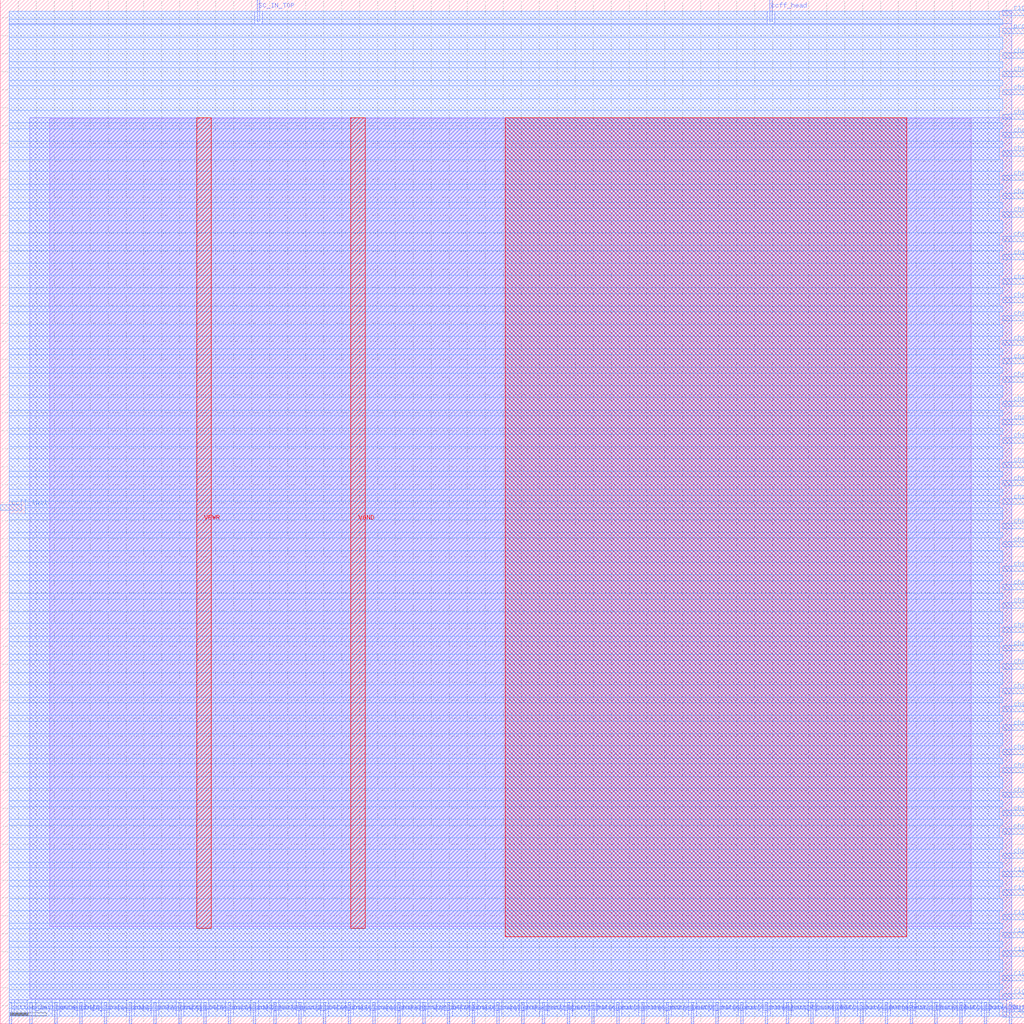
<source format=lef>
VERSION 5.7 ;
  NOWIREEXTENSIONATPIN ON ;
  DIVIDERCHAR "/" ;
  BUSBITCHARS "[]" ;
MACRO sb_0__2_
  CLASS BLOCK ;
  FOREIGN sb_0__2_ ;
  ORIGIN 0.000 0.000 ;
  SIZE 114.000 BY 114.000 ;
  PIN SC_IN_TOP
    DIRECTION INPUT ;
    PORT
      LAYER met2 ;
        RECT 28.610 111.600 28.890 114.000 ;
    END
  END SC_IN_TOP
  PIN SC_OUT_BOT
    DIRECTION OUTPUT TRISTATE ;
    PORT
      LAYER met2 ;
        RECT 112.330 0.000 112.610 2.400 ;
    END
  END SC_OUT_BOT
  PIN bottom_left_grid_pin_1_
    DIRECTION INPUT ;
    PORT
      LAYER met2 ;
        RECT 1.010 0.000 1.290 2.400 ;
    END
  END bottom_left_grid_pin_1_
  PIN ccff_head
    DIRECTION INPUT ;
    PORT
      LAYER met2 ;
        RECT 85.650 111.600 85.930 114.000 ;
    END
  END ccff_head
  PIN ccff_tail
    DIRECTION OUTPUT TRISTATE ;
    PORT
      LAYER met3 ;
        RECT 0.000 57.160 2.400 57.760 ;
    END
  END ccff_tail
  PIN chanx_right_in[0]
    DIRECTION INPUT ;
    PORT
      LAYER met3 ;
        RECT 111.600 18.400 114.000 19.000 ;
    END
  END chanx_right_in[0]
  PIN chanx_right_in[10]
    DIRECTION INPUT ;
    PORT
      LAYER met3 ;
        RECT 111.600 41.520 114.000 42.120 ;
    END
  END chanx_right_in[10]
  PIN chanx_right_in[11]
    DIRECTION INPUT ;
    PORT
      LAYER met3 ;
        RECT 111.600 43.560 114.000 44.160 ;
    END
  END chanx_right_in[11]
  PIN chanx_right_in[12]
    DIRECTION INPUT ;
    PORT
      LAYER met3 ;
        RECT 111.600 46.280 114.000 46.880 ;
    END
  END chanx_right_in[12]
  PIN chanx_right_in[13]
    DIRECTION INPUT ;
    PORT
      LAYER met3 ;
        RECT 111.600 48.320 114.000 48.920 ;
    END
  END chanx_right_in[13]
  PIN chanx_right_in[14]
    DIRECTION INPUT ;
    PORT
      LAYER met3 ;
        RECT 111.600 50.360 114.000 50.960 ;
    END
  END chanx_right_in[14]
  PIN chanx_right_in[15]
    DIRECTION INPUT ;
    PORT
      LAYER met3 ;
        RECT 111.600 53.080 114.000 53.680 ;
    END
  END chanx_right_in[15]
  PIN chanx_right_in[16]
    DIRECTION INPUT ;
    PORT
      LAYER met3 ;
        RECT 111.600 55.120 114.000 55.720 ;
    END
  END chanx_right_in[16]
  PIN chanx_right_in[17]
    DIRECTION INPUT ;
    PORT
      LAYER met3 ;
        RECT 111.600 57.840 114.000 58.440 ;
    END
  END chanx_right_in[17]
  PIN chanx_right_in[18]
    DIRECTION INPUT ;
    PORT
      LAYER met3 ;
        RECT 111.600 59.880 114.000 60.480 ;
    END
  END chanx_right_in[18]
  PIN chanx_right_in[19]
    DIRECTION INPUT ;
    PORT
      LAYER met3 ;
        RECT 111.600 61.920 114.000 62.520 ;
    END
  END chanx_right_in[19]
  PIN chanx_right_in[1]
    DIRECTION INPUT ;
    PORT
      LAYER met3 ;
        RECT 111.600 21.120 114.000 21.720 ;
    END
  END chanx_right_in[1]
  PIN chanx_right_in[2]
    DIRECTION INPUT ;
    PORT
      LAYER met3 ;
        RECT 111.600 23.160 114.000 23.760 ;
    END
  END chanx_right_in[2]
  PIN chanx_right_in[3]
    DIRECTION INPUT ;
    PORT
      LAYER met3 ;
        RECT 111.600 25.200 114.000 25.800 ;
    END
  END chanx_right_in[3]
  PIN chanx_right_in[4]
    DIRECTION INPUT ;
    PORT
      LAYER met3 ;
        RECT 111.600 27.920 114.000 28.520 ;
    END
  END chanx_right_in[4]
  PIN chanx_right_in[5]
    DIRECTION INPUT ;
    PORT
      LAYER met3 ;
        RECT 111.600 29.960 114.000 30.560 ;
    END
  END chanx_right_in[5]
  PIN chanx_right_in[6]
    DIRECTION INPUT ;
    PORT
      LAYER met3 ;
        RECT 111.600 32.680 114.000 33.280 ;
    END
  END chanx_right_in[6]
  PIN chanx_right_in[7]
    DIRECTION INPUT ;
    PORT
      LAYER met3 ;
        RECT 111.600 34.720 114.000 35.320 ;
    END
  END chanx_right_in[7]
  PIN chanx_right_in[8]
    DIRECTION INPUT ;
    PORT
      LAYER met3 ;
        RECT 111.600 36.760 114.000 37.360 ;
    END
  END chanx_right_in[8]
  PIN chanx_right_in[9]
    DIRECTION INPUT ;
    PORT
      LAYER met3 ;
        RECT 111.600 39.480 114.000 40.080 ;
    END
  END chanx_right_in[9]
  PIN chanx_right_out[0]
    DIRECTION OUTPUT TRISTATE ;
    PORT
      LAYER met3 ;
        RECT 111.600 64.640 114.000 65.240 ;
    END
  END chanx_right_out[0]
  PIN chanx_right_out[10]
    DIRECTION OUTPUT TRISTATE ;
    PORT
      LAYER met3 ;
        RECT 111.600 87.080 114.000 87.680 ;
    END
  END chanx_right_out[10]
  PIN chanx_right_out[11]
    DIRECTION OUTPUT TRISTATE ;
    PORT
      LAYER met3 ;
        RECT 111.600 89.800 114.000 90.400 ;
    END
  END chanx_right_out[11]
  PIN chanx_right_out[12]
    DIRECTION OUTPUT TRISTATE ;
    PORT
      LAYER met3 ;
        RECT 111.600 91.840 114.000 92.440 ;
    END
  END chanx_right_out[12]
  PIN chanx_right_out[13]
    DIRECTION OUTPUT TRISTATE ;
    PORT
      LAYER met3 ;
        RECT 111.600 93.880 114.000 94.480 ;
    END
  END chanx_right_out[13]
  PIN chanx_right_out[14]
    DIRECTION OUTPUT TRISTATE ;
    PORT
      LAYER met3 ;
        RECT 111.600 96.600 114.000 97.200 ;
    END
  END chanx_right_out[14]
  PIN chanx_right_out[15]
    DIRECTION OUTPUT TRISTATE ;
    PORT
      LAYER met3 ;
        RECT 111.600 98.640 114.000 99.240 ;
    END
  END chanx_right_out[15]
  PIN chanx_right_out[16]
    DIRECTION OUTPUT TRISTATE ;
    PORT
      LAYER met3 ;
        RECT 111.600 100.680 114.000 101.280 ;
    END
  END chanx_right_out[16]
  PIN chanx_right_out[17]
    DIRECTION OUTPUT TRISTATE ;
    PORT
      LAYER met3 ;
        RECT 111.600 103.400 114.000 104.000 ;
    END
  END chanx_right_out[17]
  PIN chanx_right_out[18]
    DIRECTION OUTPUT TRISTATE ;
    PORT
      LAYER met3 ;
        RECT 111.600 105.440 114.000 106.040 ;
    END
  END chanx_right_out[18]
  PIN chanx_right_out[19]
    DIRECTION OUTPUT TRISTATE ;
    PORT
      LAYER met3 ;
        RECT 111.600 107.480 114.000 108.080 ;
    END
  END chanx_right_out[19]
  PIN chanx_right_out[1]
    DIRECTION OUTPUT TRISTATE ;
    PORT
      LAYER met3 ;
        RECT 111.600 66.680 114.000 67.280 ;
    END
  END chanx_right_out[1]
  PIN chanx_right_out[2]
    DIRECTION OUTPUT TRISTATE ;
    PORT
      LAYER met3 ;
        RECT 111.600 68.720 114.000 69.320 ;
    END
  END chanx_right_out[2]
  PIN chanx_right_out[3]
    DIRECTION OUTPUT TRISTATE ;
    PORT
      LAYER met3 ;
        RECT 111.600 71.440 114.000 72.040 ;
    END
  END chanx_right_out[3]
  PIN chanx_right_out[4]
    DIRECTION OUTPUT TRISTATE ;
    PORT
      LAYER met3 ;
        RECT 111.600 73.480 114.000 74.080 ;
    END
  END chanx_right_out[4]
  PIN chanx_right_out[5]
    DIRECTION OUTPUT TRISTATE ;
    PORT
      LAYER met3 ;
        RECT 111.600 75.520 114.000 76.120 ;
    END
  END chanx_right_out[5]
  PIN chanx_right_out[6]
    DIRECTION OUTPUT TRISTATE ;
    PORT
      LAYER met3 ;
        RECT 111.600 78.240 114.000 78.840 ;
    END
  END chanx_right_out[6]
  PIN chanx_right_out[7]
    DIRECTION OUTPUT TRISTATE ;
    PORT
      LAYER met3 ;
        RECT 111.600 80.280 114.000 80.880 ;
    END
  END chanx_right_out[7]
  PIN chanx_right_out[8]
    DIRECTION OUTPUT TRISTATE ;
    PORT
      LAYER met3 ;
        RECT 111.600 82.320 114.000 82.920 ;
    END
  END chanx_right_out[8]
  PIN chanx_right_out[9]
    DIRECTION OUTPUT TRISTATE ;
    PORT
      LAYER met3 ;
        RECT 111.600 85.040 114.000 85.640 ;
    END
  END chanx_right_out[9]
  PIN chany_bottom_in[0]
    DIRECTION INPUT ;
    PORT
      LAYER met2 ;
        RECT 3.310 0.000 3.590 2.400 ;
    END
  END chany_bottom_in[0]
  PIN chany_bottom_in[10]
    DIRECTION INPUT ;
    PORT
      LAYER met2 ;
        RECT 30.450 0.000 30.730 2.400 ;
    END
  END chany_bottom_in[10]
  PIN chany_bottom_in[11]
    DIRECTION INPUT ;
    PORT
      LAYER met2 ;
        RECT 33.210 0.000 33.490 2.400 ;
    END
  END chany_bottom_in[11]
  PIN chany_bottom_in[12]
    DIRECTION INPUT ;
    PORT
      LAYER met2 ;
        RECT 35.970 0.000 36.250 2.400 ;
    END
  END chany_bottom_in[12]
  PIN chany_bottom_in[13]
    DIRECTION INPUT ;
    PORT
      LAYER met2 ;
        RECT 38.730 0.000 39.010 2.400 ;
    END
  END chany_bottom_in[13]
  PIN chany_bottom_in[14]
    DIRECTION INPUT ;
    PORT
      LAYER met2 ;
        RECT 41.490 0.000 41.770 2.400 ;
    END
  END chany_bottom_in[14]
  PIN chany_bottom_in[15]
    DIRECTION INPUT ;
    PORT
      LAYER met2 ;
        RECT 44.250 0.000 44.530 2.400 ;
    END
  END chany_bottom_in[15]
  PIN chany_bottom_in[16]
    DIRECTION INPUT ;
    PORT
      LAYER met2 ;
        RECT 47.010 0.000 47.290 2.400 ;
    END
  END chany_bottom_in[16]
  PIN chany_bottom_in[17]
    DIRECTION INPUT ;
    PORT
      LAYER met2 ;
        RECT 49.770 0.000 50.050 2.400 ;
    END
  END chany_bottom_in[17]
  PIN chany_bottom_in[18]
    DIRECTION INPUT ;
    PORT
      LAYER met2 ;
        RECT 52.530 0.000 52.810 2.400 ;
    END
  END chany_bottom_in[18]
  PIN chany_bottom_in[19]
    DIRECTION INPUT ;
    PORT
      LAYER met2 ;
        RECT 55.290 0.000 55.570 2.400 ;
    END
  END chany_bottom_in[19]
  PIN chany_bottom_in[1]
    DIRECTION INPUT ;
    PORT
      LAYER met2 ;
        RECT 6.070 0.000 6.350 2.400 ;
    END
  END chany_bottom_in[1]
  PIN chany_bottom_in[2]
    DIRECTION INPUT ;
    PORT
      LAYER met2 ;
        RECT 8.830 0.000 9.110 2.400 ;
    END
  END chany_bottom_in[2]
  PIN chany_bottom_in[3]
    DIRECTION INPUT ;
    PORT
      LAYER met2 ;
        RECT 11.590 0.000 11.870 2.400 ;
    END
  END chany_bottom_in[3]
  PIN chany_bottom_in[4]
    DIRECTION INPUT ;
    PORT
      LAYER met2 ;
        RECT 14.350 0.000 14.630 2.400 ;
    END
  END chany_bottom_in[4]
  PIN chany_bottom_in[5]
    DIRECTION INPUT ;
    PORT
      LAYER met2 ;
        RECT 17.110 0.000 17.390 2.400 ;
    END
  END chany_bottom_in[5]
  PIN chany_bottom_in[6]
    DIRECTION INPUT ;
    PORT
      LAYER met2 ;
        RECT 19.870 0.000 20.150 2.400 ;
    END
  END chany_bottom_in[6]
  PIN chany_bottom_in[7]
    DIRECTION INPUT ;
    PORT
      LAYER met2 ;
        RECT 22.630 0.000 22.910 2.400 ;
    END
  END chany_bottom_in[7]
  PIN chany_bottom_in[8]
    DIRECTION INPUT ;
    PORT
      LAYER met2 ;
        RECT 25.390 0.000 25.670 2.400 ;
    END
  END chany_bottom_in[8]
  PIN chany_bottom_in[9]
    DIRECTION INPUT ;
    PORT
      LAYER met2 ;
        RECT 28.150 0.000 28.430 2.400 ;
    END
  END chany_bottom_in[9]
  PIN chany_bottom_out[0]
    DIRECTION OUTPUT TRISTATE ;
    PORT
      LAYER met2 ;
        RECT 58.050 0.000 58.330 2.400 ;
    END
  END chany_bottom_out[0]
  PIN chany_bottom_out[10]
    DIRECTION OUTPUT TRISTATE ;
    PORT
      LAYER met2 ;
        RECT 85.190 0.000 85.470 2.400 ;
    END
  END chany_bottom_out[10]
  PIN chany_bottom_out[11]
    DIRECTION OUTPUT TRISTATE ;
    PORT
      LAYER met2 ;
        RECT 87.490 0.000 87.770 2.400 ;
    END
  END chany_bottom_out[11]
  PIN chany_bottom_out[12]
    DIRECTION OUTPUT TRISTATE ;
    PORT
      LAYER met2 ;
        RECT 90.250 0.000 90.530 2.400 ;
    END
  END chany_bottom_out[12]
  PIN chany_bottom_out[13]
    DIRECTION OUTPUT TRISTATE ;
    PORT
      LAYER met2 ;
        RECT 93.010 0.000 93.290 2.400 ;
    END
  END chany_bottom_out[13]
  PIN chany_bottom_out[14]
    DIRECTION OUTPUT TRISTATE ;
    PORT
      LAYER met2 ;
        RECT 95.770 0.000 96.050 2.400 ;
    END
  END chany_bottom_out[14]
  PIN chany_bottom_out[15]
    DIRECTION OUTPUT TRISTATE ;
    PORT
      LAYER met2 ;
        RECT 98.530 0.000 98.810 2.400 ;
    END
  END chany_bottom_out[15]
  PIN chany_bottom_out[16]
    DIRECTION OUTPUT TRISTATE ;
    PORT
      LAYER met2 ;
        RECT 101.290 0.000 101.570 2.400 ;
    END
  END chany_bottom_out[16]
  PIN chany_bottom_out[17]
    DIRECTION OUTPUT TRISTATE ;
    PORT
      LAYER met2 ;
        RECT 104.050 0.000 104.330 2.400 ;
    END
  END chany_bottom_out[17]
  PIN chany_bottom_out[18]
    DIRECTION OUTPUT TRISTATE ;
    PORT
      LAYER met2 ;
        RECT 106.810 0.000 107.090 2.400 ;
    END
  END chany_bottom_out[18]
  PIN chany_bottom_out[19]
    DIRECTION OUTPUT TRISTATE ;
    PORT
      LAYER met2 ;
        RECT 109.570 0.000 109.850 2.400 ;
    END
  END chany_bottom_out[19]
  PIN chany_bottom_out[1]
    DIRECTION OUTPUT TRISTATE ;
    PORT
      LAYER met2 ;
        RECT 60.350 0.000 60.630 2.400 ;
    END
  END chany_bottom_out[1]
  PIN chany_bottom_out[2]
    DIRECTION OUTPUT TRISTATE ;
    PORT
      LAYER met2 ;
        RECT 63.110 0.000 63.390 2.400 ;
    END
  END chany_bottom_out[2]
  PIN chany_bottom_out[3]
    DIRECTION OUTPUT TRISTATE ;
    PORT
      LAYER met2 ;
        RECT 65.870 0.000 66.150 2.400 ;
    END
  END chany_bottom_out[3]
  PIN chany_bottom_out[4]
    DIRECTION OUTPUT TRISTATE ;
    PORT
      LAYER met2 ;
        RECT 68.630 0.000 68.910 2.400 ;
    END
  END chany_bottom_out[4]
  PIN chany_bottom_out[5]
    DIRECTION OUTPUT TRISTATE ;
    PORT
      LAYER met2 ;
        RECT 71.390 0.000 71.670 2.400 ;
    END
  END chany_bottom_out[5]
  PIN chany_bottom_out[6]
    DIRECTION OUTPUT TRISTATE ;
    PORT
      LAYER met2 ;
        RECT 74.150 0.000 74.430 2.400 ;
    END
  END chany_bottom_out[6]
  PIN chany_bottom_out[7]
    DIRECTION OUTPUT TRISTATE ;
    PORT
      LAYER met2 ;
        RECT 76.910 0.000 77.190 2.400 ;
    END
  END chany_bottom_out[7]
  PIN chany_bottom_out[8]
    DIRECTION OUTPUT TRISTATE ;
    PORT
      LAYER met2 ;
        RECT 79.670 0.000 79.950 2.400 ;
    END
  END chany_bottom_out[8]
  PIN chany_bottom_out[9]
    DIRECTION OUTPUT TRISTATE ;
    PORT
      LAYER met2 ;
        RECT 82.430 0.000 82.710 2.400 ;
    END
  END chany_bottom_out[9]
  PIN prog_clk_0_E_in
    DIRECTION INPUT ;
    PORT
      LAYER met3 ;
        RECT 111.600 110.200 114.000 110.800 ;
    END
  END prog_clk_0_E_in
  PIN right_bottom_grid_pin_34_
    DIRECTION INPUT ;
    PORT
      LAYER met3 ;
        RECT 111.600 0.720 114.000 1.320 ;
    END
  END right_bottom_grid_pin_34_
  PIN right_bottom_grid_pin_35_
    DIRECTION INPUT ;
    PORT
      LAYER met3 ;
        RECT 111.600 2.760 114.000 3.360 ;
    END
  END right_bottom_grid_pin_35_
  PIN right_bottom_grid_pin_36_
    DIRECTION INPUT ;
    PORT
      LAYER met3 ;
        RECT 111.600 4.800 114.000 5.400 ;
    END
  END right_bottom_grid_pin_36_
  PIN right_bottom_grid_pin_37_
    DIRECTION INPUT ;
    PORT
      LAYER met3 ;
        RECT 111.600 7.520 114.000 8.120 ;
    END
  END right_bottom_grid_pin_37_
  PIN right_bottom_grid_pin_38_
    DIRECTION INPUT ;
    PORT
      LAYER met3 ;
        RECT 111.600 9.560 114.000 10.160 ;
    END
  END right_bottom_grid_pin_38_
  PIN right_bottom_grid_pin_39_
    DIRECTION INPUT ;
    PORT
      LAYER met3 ;
        RECT 111.600 11.600 114.000 12.200 ;
    END
  END right_bottom_grid_pin_39_
  PIN right_bottom_grid_pin_40_
    DIRECTION INPUT ;
    PORT
      LAYER met3 ;
        RECT 111.600 14.320 114.000 14.920 ;
    END
  END right_bottom_grid_pin_40_
  PIN right_bottom_grid_pin_41_
    DIRECTION INPUT ;
    PORT
      LAYER met3 ;
        RECT 111.600 16.360 114.000 16.960 ;
    END
  END right_bottom_grid_pin_41_
  PIN right_top_grid_pin_1_
    DIRECTION INPUT ;
    PORT
      LAYER met3 ;
        RECT 111.600 112.240 114.000 112.840 ;
    END
  END right_top_grid_pin_1_
  PIN VPWR
    DIRECTION INPUT ;
    USE POWER ;
    PORT
      LAYER met4 ;
        RECT 21.880 10.640 23.480 100.880 ;
    END
  END VPWR
  PIN VGND
    DIRECTION INPUT ;
    USE GROUND ;
    PORT
      LAYER met4 ;
        RECT 39.040 10.640 40.640 100.880 ;
    END
  END VGND
  OBS
      LAYER li1 ;
        RECT 5.520 10.795 108.100 100.725 ;
      LAYER met1 ;
        RECT 3.290 2.760 112.630 100.880 ;
      LAYER met2 ;
        RECT 1.010 111.320 28.330 112.725 ;
        RECT 29.170 111.320 85.370 112.725 ;
        RECT 86.210 111.320 112.600 112.725 ;
        RECT 1.010 2.680 112.600 111.320 ;
        RECT 1.570 0.835 3.030 2.680 ;
        RECT 3.870 0.835 5.790 2.680 ;
        RECT 6.630 0.835 8.550 2.680 ;
        RECT 9.390 0.835 11.310 2.680 ;
        RECT 12.150 0.835 14.070 2.680 ;
        RECT 14.910 0.835 16.830 2.680 ;
        RECT 17.670 0.835 19.590 2.680 ;
        RECT 20.430 0.835 22.350 2.680 ;
        RECT 23.190 0.835 25.110 2.680 ;
        RECT 25.950 0.835 27.870 2.680 ;
        RECT 28.710 0.835 30.170 2.680 ;
        RECT 31.010 0.835 32.930 2.680 ;
        RECT 33.770 0.835 35.690 2.680 ;
        RECT 36.530 0.835 38.450 2.680 ;
        RECT 39.290 0.835 41.210 2.680 ;
        RECT 42.050 0.835 43.970 2.680 ;
        RECT 44.810 0.835 46.730 2.680 ;
        RECT 47.570 0.835 49.490 2.680 ;
        RECT 50.330 0.835 52.250 2.680 ;
        RECT 53.090 0.835 55.010 2.680 ;
        RECT 55.850 0.835 57.770 2.680 ;
        RECT 58.610 0.835 60.070 2.680 ;
        RECT 60.910 0.835 62.830 2.680 ;
        RECT 63.670 0.835 65.590 2.680 ;
        RECT 66.430 0.835 68.350 2.680 ;
        RECT 69.190 0.835 71.110 2.680 ;
        RECT 71.950 0.835 73.870 2.680 ;
        RECT 74.710 0.835 76.630 2.680 ;
        RECT 77.470 0.835 79.390 2.680 ;
        RECT 80.230 0.835 82.150 2.680 ;
        RECT 82.990 0.835 84.910 2.680 ;
        RECT 85.750 0.835 87.210 2.680 ;
        RECT 88.050 0.835 89.970 2.680 ;
        RECT 90.810 0.835 92.730 2.680 ;
        RECT 93.570 0.835 95.490 2.680 ;
        RECT 96.330 0.835 98.250 2.680 ;
        RECT 99.090 0.835 101.010 2.680 ;
        RECT 101.850 0.835 103.770 2.680 ;
        RECT 104.610 0.835 106.530 2.680 ;
        RECT 107.370 0.835 109.290 2.680 ;
        RECT 110.130 0.835 112.050 2.680 ;
      LAYER met3 ;
        RECT 0.985 111.840 111.200 112.705 ;
        RECT 0.985 111.200 111.600 111.840 ;
        RECT 0.985 109.800 111.200 111.200 ;
        RECT 0.985 108.480 111.600 109.800 ;
        RECT 0.985 107.080 111.200 108.480 ;
        RECT 0.985 106.440 111.600 107.080 ;
        RECT 0.985 105.040 111.200 106.440 ;
        RECT 0.985 104.400 111.600 105.040 ;
        RECT 0.985 103.000 111.200 104.400 ;
        RECT 0.985 101.680 111.600 103.000 ;
        RECT 0.985 100.280 111.200 101.680 ;
        RECT 0.985 99.640 111.600 100.280 ;
        RECT 0.985 98.240 111.200 99.640 ;
        RECT 0.985 97.600 111.600 98.240 ;
        RECT 0.985 96.200 111.200 97.600 ;
        RECT 0.985 94.880 111.600 96.200 ;
        RECT 0.985 93.480 111.200 94.880 ;
        RECT 0.985 92.840 111.600 93.480 ;
        RECT 0.985 91.440 111.200 92.840 ;
        RECT 0.985 90.800 111.600 91.440 ;
        RECT 0.985 89.400 111.200 90.800 ;
        RECT 0.985 88.080 111.600 89.400 ;
        RECT 0.985 86.680 111.200 88.080 ;
        RECT 0.985 86.040 111.600 86.680 ;
        RECT 0.985 84.640 111.200 86.040 ;
        RECT 0.985 83.320 111.600 84.640 ;
        RECT 0.985 81.920 111.200 83.320 ;
        RECT 0.985 81.280 111.600 81.920 ;
        RECT 0.985 79.880 111.200 81.280 ;
        RECT 0.985 79.240 111.600 79.880 ;
        RECT 0.985 77.840 111.200 79.240 ;
        RECT 0.985 76.520 111.600 77.840 ;
        RECT 0.985 75.120 111.200 76.520 ;
        RECT 0.985 74.480 111.600 75.120 ;
        RECT 0.985 73.080 111.200 74.480 ;
        RECT 0.985 72.440 111.600 73.080 ;
        RECT 0.985 71.040 111.200 72.440 ;
        RECT 0.985 69.720 111.600 71.040 ;
        RECT 0.985 68.320 111.200 69.720 ;
        RECT 0.985 67.680 111.600 68.320 ;
        RECT 0.985 66.280 111.200 67.680 ;
        RECT 0.985 65.640 111.600 66.280 ;
        RECT 0.985 64.240 111.200 65.640 ;
        RECT 0.985 62.920 111.600 64.240 ;
        RECT 0.985 61.520 111.200 62.920 ;
        RECT 0.985 60.880 111.600 61.520 ;
        RECT 0.985 59.480 111.200 60.880 ;
        RECT 0.985 58.840 111.600 59.480 ;
        RECT 0.985 58.160 111.200 58.840 ;
        RECT 2.800 57.440 111.200 58.160 ;
        RECT 2.800 56.760 111.600 57.440 ;
        RECT 0.985 56.120 111.600 56.760 ;
        RECT 0.985 54.720 111.200 56.120 ;
        RECT 0.985 54.080 111.600 54.720 ;
        RECT 0.985 52.680 111.200 54.080 ;
        RECT 0.985 51.360 111.600 52.680 ;
        RECT 0.985 49.960 111.200 51.360 ;
        RECT 0.985 49.320 111.600 49.960 ;
        RECT 0.985 47.920 111.200 49.320 ;
        RECT 0.985 47.280 111.600 47.920 ;
        RECT 0.985 45.880 111.200 47.280 ;
        RECT 0.985 44.560 111.600 45.880 ;
        RECT 0.985 43.160 111.200 44.560 ;
        RECT 0.985 42.520 111.600 43.160 ;
        RECT 0.985 41.120 111.200 42.520 ;
        RECT 0.985 40.480 111.600 41.120 ;
        RECT 0.985 39.080 111.200 40.480 ;
        RECT 0.985 37.760 111.600 39.080 ;
        RECT 0.985 36.360 111.200 37.760 ;
        RECT 0.985 35.720 111.600 36.360 ;
        RECT 0.985 34.320 111.200 35.720 ;
        RECT 0.985 33.680 111.600 34.320 ;
        RECT 0.985 32.280 111.200 33.680 ;
        RECT 0.985 30.960 111.600 32.280 ;
        RECT 0.985 29.560 111.200 30.960 ;
        RECT 0.985 28.920 111.600 29.560 ;
        RECT 0.985 27.520 111.200 28.920 ;
        RECT 0.985 26.200 111.600 27.520 ;
        RECT 0.985 24.800 111.200 26.200 ;
        RECT 0.985 24.160 111.600 24.800 ;
        RECT 0.985 22.760 111.200 24.160 ;
        RECT 0.985 22.120 111.600 22.760 ;
        RECT 0.985 20.720 111.200 22.120 ;
        RECT 0.985 19.400 111.600 20.720 ;
        RECT 0.985 18.000 111.200 19.400 ;
        RECT 0.985 17.360 111.600 18.000 ;
        RECT 0.985 15.960 111.200 17.360 ;
        RECT 0.985 15.320 111.600 15.960 ;
        RECT 0.985 13.920 111.200 15.320 ;
        RECT 0.985 12.600 111.600 13.920 ;
        RECT 0.985 11.200 111.200 12.600 ;
        RECT 0.985 10.560 111.600 11.200 ;
        RECT 0.985 9.160 111.200 10.560 ;
        RECT 0.985 8.520 111.600 9.160 ;
        RECT 0.985 7.120 111.200 8.520 ;
        RECT 0.985 5.800 111.600 7.120 ;
        RECT 0.985 4.400 111.200 5.800 ;
        RECT 0.985 3.760 111.600 4.400 ;
        RECT 0.985 2.360 111.200 3.760 ;
        RECT 0.985 1.720 111.600 2.360 ;
        RECT 0.985 0.855 111.200 1.720 ;
      LAYER met4 ;
        RECT 56.200 9.695 100.905 100.880 ;
  END
END sb_0__2_
END LIBRARY


</source>
